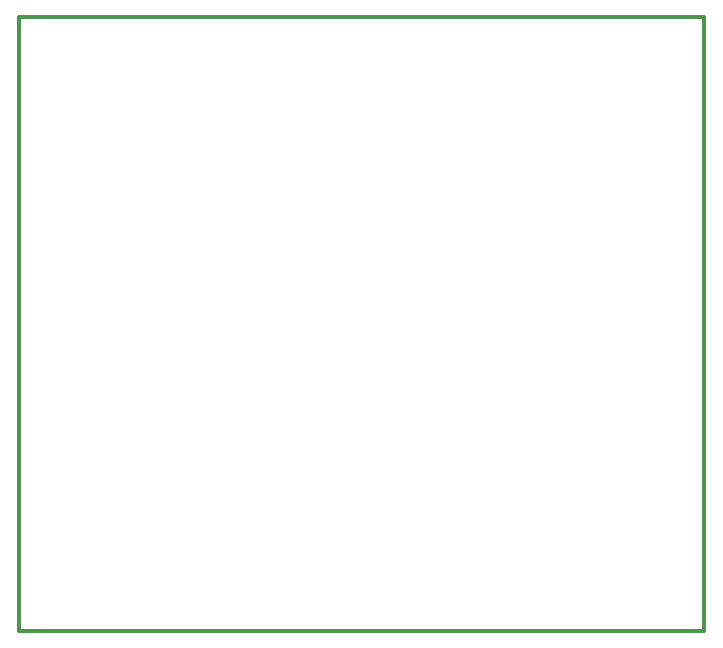
<source format=gm1>
G04 Layer_Color=16711935*
%FSLAX44Y44*%
%MOMM*%
G71*
G01*
G75*
%ADD21C,0.3000*%
D21*
X0Y0D02*
X580000D01*
Y520000D01*
X0D02*
X580000D01*
X0Y0D02*
Y520000D01*
M02*

</source>
